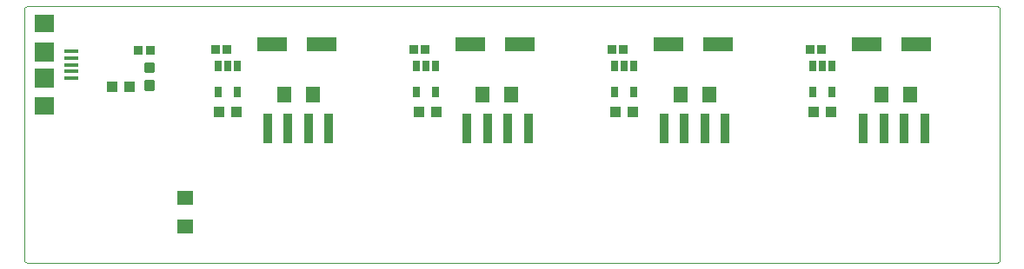
<source format=gtp>
G75*
G70*
%OFA0B0*%
%FSLAX24Y24*%
%IPPOS*%
%LPD*%
%AMOC8*
5,1,8,0,0,1.08239X$1,22.5*
%
%ADD10C,0.0000*%
%ADD11R,0.0354X0.1181*%
%ADD12R,0.0433X0.0394*%
%ADD13R,0.0630X0.0551*%
%ADD14R,0.0272X0.0390*%
%ADD15R,0.0551X0.0138*%
%ADD16R,0.0748X0.0709*%
%ADD17R,0.0748X0.0748*%
%ADD18R,0.0335X0.0354*%
%ADD19R,0.1181X0.0551*%
%ADD20R,0.0551X0.0630*%
%ADD21C,0.0118*%
D10*
X000900Y000800D02*
X038102Y000800D01*
X038119Y000802D01*
X038136Y000806D01*
X038152Y000813D01*
X038166Y000823D01*
X038179Y000836D01*
X038189Y000850D01*
X038196Y000866D01*
X038200Y000883D01*
X038202Y000900D01*
X038202Y010543D01*
X038200Y010560D01*
X038196Y010577D01*
X038189Y010593D01*
X038179Y010607D01*
X038166Y010620D01*
X038152Y010630D01*
X038136Y010637D01*
X038119Y010641D01*
X038102Y010643D01*
X000900Y010643D01*
X000883Y010641D01*
X000866Y010637D01*
X000850Y010630D01*
X000836Y010620D01*
X000823Y010607D01*
X000813Y010593D01*
X000806Y010577D01*
X000802Y010560D01*
X000800Y010543D01*
X000800Y000900D01*
X000802Y000883D01*
X000806Y000866D01*
X000813Y000850D01*
X000823Y000836D01*
X000836Y000823D01*
X000850Y000813D01*
X000866Y000806D01*
X000883Y000802D01*
X000900Y000800D01*
D11*
X010119Y005958D03*
X010906Y005958D03*
X011694Y005958D03*
X012481Y005958D03*
X017769Y005958D03*
X018556Y005958D03*
X019344Y005958D03*
X020131Y005958D03*
X025319Y005958D03*
X026106Y005958D03*
X026894Y005958D03*
X027681Y005958D03*
X032969Y005958D03*
X033756Y005958D03*
X034544Y005958D03*
X035331Y005958D03*
D12*
X031735Y006600D03*
X031065Y006600D03*
X024135Y006600D03*
X023465Y006600D03*
X016585Y006600D03*
X015915Y006600D03*
X008935Y006600D03*
X008265Y006600D03*
X004835Y007550D03*
X004165Y007550D03*
D13*
X006950Y003301D03*
X006950Y002199D03*
D14*
X008226Y007338D03*
X008974Y007338D03*
X008974Y008358D03*
X008600Y008358D03*
X008226Y008358D03*
X015826Y008358D03*
X016200Y008358D03*
X016574Y008358D03*
X016574Y007338D03*
X015826Y007338D03*
X023426Y007338D03*
X024174Y007338D03*
X024174Y008358D03*
X023800Y008358D03*
X023426Y008358D03*
X031026Y008358D03*
X031400Y008358D03*
X031774Y008358D03*
X031774Y007338D03*
X031026Y007338D03*
D15*
X002593Y007888D03*
X002593Y008144D03*
X002593Y008400D03*
X002593Y008656D03*
X002593Y008912D03*
D16*
X001550Y009975D03*
X001550Y006825D03*
D17*
X001550Y007900D03*
X001550Y008900D03*
D18*
X005172Y008950D03*
X005628Y008950D03*
X008122Y009000D03*
X008578Y009000D03*
X015722Y009000D03*
X016178Y009000D03*
X023322Y009000D03*
X023778Y009000D03*
X030922Y009000D03*
X031378Y009000D03*
D19*
X033105Y009200D03*
X034995Y009200D03*
X027395Y009200D03*
X025505Y009200D03*
X019795Y009200D03*
X017905Y009200D03*
X012195Y009200D03*
X010305Y009200D03*
D20*
X010749Y007250D03*
X011851Y007250D03*
X018349Y007250D03*
X019451Y007250D03*
X025949Y007250D03*
X027051Y007250D03*
X033649Y007250D03*
X034751Y007250D03*
D21*
X005738Y007467D02*
X005462Y007467D01*
X005462Y007743D01*
X005738Y007743D01*
X005738Y007467D01*
X005738Y007584D02*
X005462Y007584D01*
X005462Y007701D02*
X005738Y007701D01*
X005738Y008157D02*
X005462Y008157D01*
X005462Y008433D01*
X005738Y008433D01*
X005738Y008157D01*
X005738Y008274D02*
X005462Y008274D01*
X005462Y008391D02*
X005738Y008391D01*
M02*

</source>
